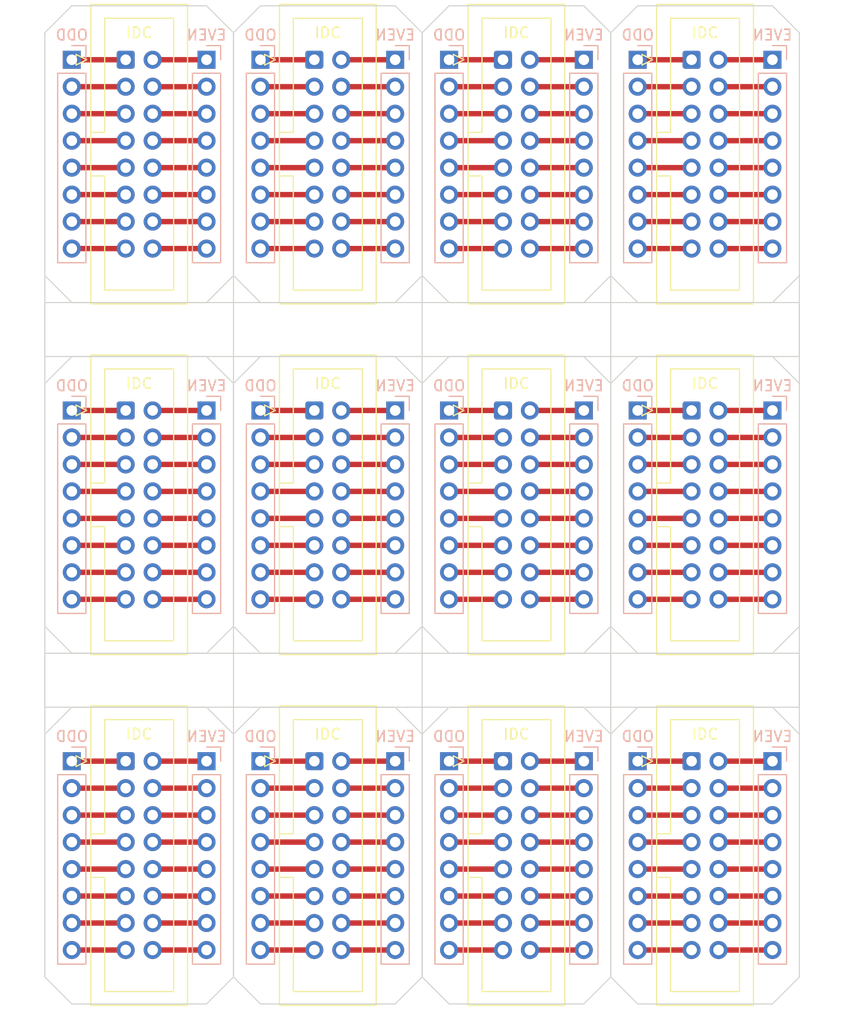
<source format=kicad_pcb>
(kicad_pcb (version 20211014) (generator pcbnew)
  (layers (0 "F.Cu" signal) (31 "B.Cu" signal) (34 "B.Paste" user) (35 "F.Paste" user) (36 "B.SilkS" user "B.Silkscreen") (37 "F.SilkS" user "F.Silkscreen") (38 "B.Mask" user) (39 "F.Mask" user) (44 "Edge.Cuts" user))
  (net 0 "")
  (net 1 "Net-(J1-Pad1)")
  (net 2 "Net-(J1-Pad2)")
  (net 3 "Net-(J1-Pad3)")
  (net 4 "Net-(J1-Pad4)")
  (net 5 "Net-(J1-Pad5)")
  (net 6 "Net-(J1-Pad6)")
  (net 7 "Net-(J1-Pad7)")
  (net 8 "Net-(J1-Pad8)")
  (net 9 "Net-(J2-Pad2)")
  (net 10 "Net-(J2-Pad4)")
  (net 11 "Net-(J2-Pad6)")
  (net 12 "Net-(J2-Pad8)")
  (net 13 "Net-(J2-Pad10)")
  (net 14 "Net-(J2-Pad12)")
  (net 15 "Net-(J2-Pad14)")
  (net 16 "Net-(J2-Pad16)")
  (footprint "Connector_IDC:IDC-Header_2x08_P2.54mm_Vertical" (layer "F.Cu") (at 137.16 111.76)
    (fp_text reference "IDC")
    (fp_text value "Conn_02x08_Odd_Even")
  )
  (footprint "Connector_IDC:IDC-Header_2x08_P2.54mm_Vertical" (layer "F.Cu") (at 172.72 111.76)
    (fp_text reference "IDC")
    (fp_text value "Conn_02x08_Odd_Even")
  )
  (footprint "Connector_IDC:IDC-Header_2x08_P2.54mm_Vertical" (layer "F.Cu") (at 154.94 45.72)
    (fp_text reference "IDC")
    (fp_text value "Conn_02x08_Odd_Even")
  )
  (footprint "Connector_IDC:IDC-Header_2x08_P2.54mm_Vertical" (layer "F.Cu") (at 137.16 78.74)
    (fp_text reference "IDC")
    (fp_text value "Conn_02x08_Odd_Even")
  )
  (footprint "Connector_IDC:IDC-Header_2x08_P2.54mm_Vertical" (layer "F.Cu") (at 137.16 45.72)
    (fp_text reference "IDC")
    (fp_text value "Conn_02x08_Odd_Even")
  )
  (footprint "Connector_IDC:IDC-Header_2x08_P2.54mm_Vertical" (layer "F.Cu") (at 172.72 45.72)
    (fp_text reference "IDC")
    (fp_text value "Conn_02x08_Odd_Even")
  )
  (footprint "Connector_IDC:IDC-Header_2x08_P2.54mm_Vertical" (layer "F.Cu") (at 119.38 78.74)
    (fp_text reference "IDC")
    (fp_text value "Conn_02x08_Odd_Even")
  )
  (footprint "Connector_IDC:IDC-Header_2x08_P2.54mm_Vertical" (layer "F.Cu") (at 154.94 111.76)
    (fp_text reference "IDC")
    (fp_text value "Conn_02x08_Odd_Even")
  )
  (footprint "Connector_IDC:IDC-Header_2x08_P2.54mm_Vertical" (layer "F.Cu") (at 154.94 78.74)
    (fp_text reference "IDC")
    (fp_text value "Conn_02x08_Odd_Even")
  )
  (footprint "Connector_IDC:IDC-Header_2x08_P2.54mm_Vertical" (layer "F.Cu") (at 119.38 45.72)
    (fp_text reference "IDC")
    (fp_text value "Conn_02x08_Odd_Even")
  )
  (footprint "Connector_IDC:IDC-Header_2x08_P2.54mm_Vertical" (layer "F.Cu") (at 172.72 78.74)
    (fp_text reference "IDC")
    (fp_text value "Conn_02x08_Odd_Even")
  )
  (footprint "Connector_IDC:IDC-Header_2x08_P2.54mm_Vertical" (layer "F.Cu") (at 119.38 111.76)
    (fp_text reference "IDC")
    (fp_text value "Conn_02x08_Odd_Even")
  )
  (footprint "Connector_PinHeader_2.54mm:PinHeader_1x08_P2.54mm_Vertical" (layer "B.Cu") (at 127 78.74 180)
    (fp_text reference "EVEN")
    (fp_text value "Conn_01x08_Male")
  )
  (footprint "Connector_PinHeader_2.54mm:PinHeader_1x08_P2.54mm_Vertical" (layer "B.Cu") (at 162.56 111.76 180)
    (fp_text reference "EVEN")
    (fp_text value "Conn_01x08_Male")
  )
  (footprint "Connector_PinHeader_2.54mm:PinHeader_1x08_P2.54mm_Vertical" (layer "B.Cu") (at 180.34 78.74 180)
    (fp_text reference "EVEN")
    (fp_text value "Conn_01x08_Male")
  )
  (footprint "Connector_PinHeader_2.54mm:PinHeader_1x08_P2.54mm_Vertical" (layer "B.Cu") (at 180.34 45.72 180)
    (fp_text reference "EVEN")
    (fp_text value "Conn_01x08_Male")
  )
  (footprint "Connector_PinHeader_2.54mm:PinHeader_1x08_P2.54mm_Vertical" (layer "B.Cu") (at 144.78 111.76 180)
    (fp_text reference "EVEN")
    (fp_text value "Conn_01x08_Male")
  )
  (footprint "Connector_PinHeader_2.54mm:PinHeader_1x08_P2.54mm_Vertical" (layer "B.Cu") (at 114.3 45.72 180)
    (fp_text reference "ODD")
    (fp_text value "Conn_01x08_Male")
  )
  (footprint "Connector_PinHeader_2.54mm:PinHeader_1x08_P2.54mm_Vertical" (layer "B.Cu") (at 127 45.72 180)
    (fp_text reference "EVEN")
    (fp_text value "Conn_01x08_Male")
  )
  (footprint "Connector_PinHeader_2.54mm:PinHeader_1x08_P2.54mm_Vertical" (layer "B.Cu") (at 167.64 111.76 180)
    (fp_text reference "ODD")
    (fp_text value "Conn_01x08_Male")
  )
  (footprint "Connector_PinHeader_2.54mm:PinHeader_1x08_P2.54mm_Vertical" (layer "B.Cu") (at 162.56 78.74 180)
    (fp_text reference "EVEN")
    (fp_text value "Conn_01x08_Male")
  )
  (footprint "Connector_PinHeader_2.54mm:PinHeader_1x08_P2.54mm_Vertical" (layer "B.Cu") (at 127 111.76 180)
    (fp_text reference "EVEN")
    (fp_text value "Conn_01x08_Male")
  )
  (footprint "Connector_PinHeader_2.54mm:PinHeader_1x08_P2.54mm_Vertical" (layer "B.Cu") (at 167.64 45.72 180)
    (fp_text reference "ODD")
    (fp_text value "Conn_01x08_Male")
  )
  (footprint "Connector_PinHeader_2.54mm:PinHeader_1x08_P2.54mm_Vertical" (layer "B.Cu") (at 132.08 78.74 180)
    (fp_text reference "ODD")
    (fp_text value "Conn_01x08_Male")
  )
  (footprint "Connector_PinHeader_2.54mm:PinHeader_1x08_P2.54mm_Vertical" (layer "B.Cu") (at 132.08 111.76 180)
    (fp_text reference "ODD")
    (fp_text value "Conn_01x08_Male")
  )
  (footprint "Connector_PinHeader_2.54mm:PinHeader_1x08_P2.54mm_Vertical" (layer "B.Cu") (at 180.34 111.76 180)
    (fp_text reference "EVEN")
    (fp_text value "Conn_01x08_Male")
  )
  (footprint "Connector_PinHeader_2.54mm:PinHeader_1x08_P2.54mm_Vertical" (layer "B.Cu") (at 149.86 45.72 180)
    (fp_text reference "ODD")
    (fp_text value "Conn_01x08_Male")
  )
  (footprint "Connector_PinHeader_2.54mm:PinHeader_1x08_P2.54mm_Vertical" (layer "B.Cu") (at 132.08 45.72 180)
    (fp_text reference "ODD")
    (fp_text value "Conn_01x08_Male")
  )
  (footprint "Connector_PinHeader_2.54mm:PinHeader_1x08_P2.54mm_Vertical" (layer "B.Cu") (at 167.64 78.74 180)
    (fp_text reference "ODD")
    (fp_text value "Conn_01x08_Male")
  )
  (footprint "Connector_PinHeader_2.54mm:PinHeader_1x08_P2.54mm_Vertical" (layer "B.Cu") (at 144.78 45.72 180)
    (fp_text reference "EVEN")
    (fp_text value "Conn_01x08_Male")
  )
  (footprint "Connector_PinHeader_2.54mm:PinHeader_1x08_P2.54mm_Vertical" (layer "B.Cu") (at 114.3 78.74 180)
    (fp_text reference "ODD")
    (fp_text value "Conn_01x08_Male")
  )
  (footprint "Connector_PinHeader_2.54mm:PinHeader_1x08_P2.54mm_Vertical" (layer "B.Cu") (at 162.56 45.72 180)
    (fp_text reference "EVEN")
    (fp_text value "Conn_01x08_Male")
  )
  (footprint "Connector_PinHeader_2.54mm:PinHeader_1x08_P2.54mm_Vertical" (layer "B.Cu") (at 144.78 78.74 180)
    (fp_text reference "EVEN")
    (fp_text value "Conn_01x08_Male")
  )
  (footprint "Connector_PinHeader_2.54mm:PinHeader_1x08_P2.54mm_Vertical" (layer "B.Cu") (at 114.3 111.76 180)
    (fp_text reference "ODD")
    (fp_text value "Conn_01x08_Male")
  )
  (footprint "Connector_PinHeader_2.54mm:PinHeader_1x08_P2.54mm_Vertical" (layer "B.Cu") (at 149.86 78.74 180)
    (fp_text reference "ODD")
    (fp_text value "Conn_01x08_Male")
  )
  (footprint "Connector_PinHeader_2.54mm:PinHeader_1x08_P2.54mm_Vertical" (layer "B.Cu") (at 149.86 111.76 180)
    (fp_text reference "ODD")
    (fp_text value "Conn_01x08_Male")
  )
  (gr_line (start 182.88 109.22) (end 182.88 132.08) (layer "Edge.Cuts") (width 0.1))
  (gr_line (start 165.1 66.04) (end 167.64 68.58) (layer "Edge.Cuts") (width 0.1))
  (gr_line (start 167.64 106.68) (end 180.34 106.68) (layer "Edge.Cuts") (width 0.1))
  (gr_line (start 147.32 66.04) (end 147.32 76.2) (layer "Edge.Cuts") (width 0.1))
  (gr_line (start 129.54 66.04) (end 129.54 43.18) (layer "Edge.Cuts") (width 0.1))
  (gr_line (start 111.76 99.06) (end 111.76 76.2) (layer "Edge.Cuts") (width 0.1))
  (gr_line (start 111.76 99.06) (end 114.3 101.6) (layer "Edge.Cuts") (width 0.1))
  (gr_line (start 129.54 132.08) (end 129.54 109.22) (layer "Edge.Cuts") (width 0.1))
  (gr_line (start 180.34 68.58) (end 167.64 68.58) (layer "Edge.Cuts") (width 0.1))
  (gr_line (start 127 134.62) (end 114.3 134.62) (layer "Edge.Cuts") (width 0.1))
  (gr_line (start 149.86 40.64) (end 162.56 40.64) (layer "Edge.Cuts") (width 0.1))
  (gr_line (start 147.32 132.08) (end 149.86 134.62) (layer "Edge.Cuts") (width 0.1))
  (gr_line (start 147.32 99.06) (end 149.86 101.6) (layer "Edge.Cuts") (width 0.1))
  (gr_line (start 127 73.66) (end 129.54 76.2) (layer "Edge.Cuts") (width 0.1))
  (gr_line (start 111.76 66.04) (end 111.76 76.2) (layer "Edge.Cuts") (width 0.1))
  (gr_line (start 165.1 132.08) (end 162.56 134.62) (layer "Edge.Cuts") (width 0.1))
  (gr_line (start 127 68.58) (end 114.3 68.58) (layer "Edge.Cuts") (width 0.1))
  (gr_line (start 180.34 134.62) (end 167.64 134.62) (layer "Edge.Cuts") (width 0.1))
  (gr_line (start 132.08 73.66) (end 144.78 73.66) (layer "Edge.Cuts") (width 0.1))
  (gr_line (start 129.54 109.22) (end 129.54 132.08) (layer "Edge.Cuts") (width 0.1))
  (gr_line (start 149.86 73.66) (end 162.56 73.66) (layer "Edge.Cuts") (width 0.1))
  (gr_line (start 129.54 99.06) (end 129.54 109.22) (layer "Edge.Cuts") (width 0.1))
  (gr_line (start 165.1 66.04) (end 162.56 68.58) (layer "Edge.Cuts") (width 0.1))
  (gr_line (start 162.56 106.68) (end 165.1 109.22) (layer "Edge.Cuts") (width 0.1))
  (gr_line (start 127 101.6) (end 114.3 101.6) (layer "Edge.Cuts") (width 0.1))
  (gr_line (start 180.34 73.66) (end 182.88 76.2) (layer "Edge.Cuts") (width 0.1))
  (gr_line (start 165.1 99.06) (end 167.64 101.6) (layer "Edge.Cuts") (width 0.1))
  (gr_line (start 147.32 109.22) (end 149.86 106.68) (layer "Edge.Cuts") (width 0.1))
  (gr_line (start 147.32 99.06) (end 147.32 109.22) (layer "Edge.Cuts") (width 0.1))
  (gr_line (start 147.32 132.08) (end 147.32 109.22) (layer "Edge.Cuts") (width 0.1))
  (gr_line (start 182.88 43.18) (end 182.88 66.04) (layer "Edge.Cuts") (width 0.1))
  (gr_line (start 144.78 68.58) (end 132.08 68.58) (layer "Edge.Cuts") (width 0.1))
  (gr_line (start 147.32 43.18) (end 149.86 40.64) (layer "Edge.Cuts") (width 0.1))
  (gr_line (start 114.3 106.68) (end 127 106.68) (layer "Edge.Cuts") (width 0.1))
  (gr_line (start 182.88 99.06) (end 182.88 109.22) (layer "Edge.Cuts") (width 0.1))
  (gr_line (start 167.64 73.66) (end 180.34 73.66) (layer "Edge.Cuts") (width 0.1))
  (gr_line (start 129.54 66.04) (end 129.54 76.2) (layer "Edge.Cuts") (width 0.1))
  (gr_line (start 165.1 99.06) (end 162.56 101.6) (layer "Edge.Cuts") (width 0.1))
  (gr_line (start 129.54 43.18) (end 129.54 66.04) (layer "Edge.Cuts") (width 0.1))
  (gr_line (start 165.1 109.22) (end 167.64 106.68) (layer "Edge.Cuts") (width 0.1))
  (gr_line (start 129.54 109.22) (end 132.08 106.68) (layer "Edge.Cuts") (width 0.1))
  (gr_line (start 182.88 66.04) (end 182.88 76.2) (layer "Edge.Cuts") (width 0.1))
  (gr_line (start 111.76 66.04) (end 114.3 68.58) (layer "Edge.Cuts") (width 0.1))
  (gr_line (start 165.1 132.08) (end 165.1 109.22) (layer "Edge.Cuts") (width 0.1))
  (gr_line (start 132.08 40.64) (end 144.78 40.64) (layer "Edge.Cuts") (width 0.1))
  (gr_line (start 111.76 66.04) (end 111.76 43.18) (layer "Edge.Cuts") (width 0.1))
  (gr_line (start 129.54 76.2) (end 129.54 99.06) (layer "Edge.Cuts") (width 0.1))
  (gr_line (start 144.78 73.66) (end 147.32 76.2) (layer "Edge.Cuts") (width 0.1))
  (gr_line (start 144.78 106.68) (end 147.32 109.22) (layer "Edge.Cuts") (width 0.1))
  (gr_line (start 182.88 66.04) (end 180.34 68.58) (layer "Edge.Cuts") (width 0.1))
  (gr_line (start 165.1 99.06) (end 165.1 76.2) (layer "Edge.Cuts") (width 0.1))
  (gr_line (start 165.1 43.18) (end 167.64 40.64) (layer "Edge.Cuts") (width 0.1))
  (gr_line (start 129.54 99.06) (end 132.08 101.6) (layer "Edge.Cuts") (width 0.1))
  (gr_line (start 129.54 99.06) (end 129.54 76.2) (layer "Edge.Cuts") (width 0.1))
  (gr_line (start 149.86 106.68) (end 162.56 106.68) (layer "Edge.Cuts") (width 0.1))
  (gr_line (start 147.32 99.06) (end 144.78 101.6) (layer "Edge.Cuts") (width 0.1))
  (gr_line (start 111.76 43.18) (end 114.3 40.64) (layer "Edge.Cuts") (width 0.1))
  (gr_line (start 162.56 101.6) (end 149.86 101.6) (layer "Edge.Cuts") (width 0.1))
  (gr_line (start 165.1 66.04) (end 165.1 43.18) (layer "Edge.Cuts") (width 0.1))
  (gr_line (start 114.3 73.66) (end 127 73.66) (layer "Edge.Cuts") (width 0.1))
  (gr_rect (start 111.76 68.58) (end 182.88 73.66) (layer "Edge.Cuts") (width 0.1) (fill none))
  (gr_line (start 182.88 76.2) (end 182.88 99.06) (layer "Edge.Cuts") (width 0.1))
  (gr_line (start 147.32 76.2) (end 149.86 73.66) (layer "Edge.Cuts") (width 0.1))
  (gr_rect (start 111.76 101.6) (end 182.88 106.68) (layer "Edge.Cuts") (width 0.1) (fill none))
  (gr_line (start 129.54 43.18) (end 132.08 40.64) (layer "Edge.Cuts") (width 0.1))
  (gr_line (start 111.76 132.08) (end 114.3 134.62) (layer "Edge.Cuts") (width 0.1))
  (gr_line (start 165.1 132.08) (end 167.64 134.62) (layer "Edge.Cuts") (width 0.1))
  (gr_line (start 147.32 66.04) (end 149.86 68.58) (layer "Edge.Cuts") (width 0.1))
  (gr_line (start 129.54 76.2) (end 132.08 73.66) (layer "Edge.Cuts") (width 0.1))
  (gr_line (start 182.88 99.06) (end 180.34 101.6) (layer "Edge.Cuts") (width 0.1))
  (gr_line (start 111.76 109.22) (end 114.3 106.68) (layer "Edge.Cuts") (width 0.1))
  (gr_line (start 165.1 76.2) (end 167.64 73.66) (layer "Edge.Cuts") (width 0.1))
  (gr_line (start 147.32 43.18) (end 147.32 66.04) (layer "Edge.Cuts") (width 0.1))
  (gr_line (start 162.56 134.62) (end 149.86 134.62) (layer "Edge.Cuts") (width 0.1))
  (gr_line (start 182.88 132.08) (end 180.34 134.62) (layer "Edge.Cuts") (width 0.1))
  (gr_line (start 147.32 109.22) (end 147.32 132.08) (layer "Edge.Cuts") (width 0.1))
  (gr_line (start 132.08 106.68) (end 144.78 106.68) (layer "Edge.Cuts") (width 0.1))
  (gr_line (start 144.78 134.62) (end 132.08 134.62) (layer "Edge.Cuts") (width 0.1))
  (gr_line (start 147.32 66.04) (end 147.32 43.18) (layer "Edge.Cuts") (width 0.1))
  (gr_line (start 180.34 106.68) (end 182.88 109.22) (layer "Edge.Cuts") (width 0.1))
  (gr_line (start 129.54 132.08) (end 132.08 134.62) (layer "Edge.Cuts") (width 0.1))
  (gr_line (start 127 106.68) (end 129.54 109.22) (layer "Edge.Cuts") (width 0.1))
  (gr_line (start 162.56 40.64) (end 165.1 43.18) (layer "Edge.Cuts") (width 0.1))
  (gr_line (start 111.76 132.08) (end 111.76 109.22) (layer "Edge.Cuts") (width 0.1))
  (gr_line (start 147.32 66.04) (end 144.78 68.58) (layer "Edge.Cuts") (width 0.1))
  (gr_line (start 165.1 66.04) (end 165.1 76.2) (layer "Edge.Cuts") (width 0.1))
  (gr_line (start 144.78 40.64) (end 147.32 43.18) (layer "Edge.Cuts") (width 0.1))
  (gr_line (start 111.76 99.06) (end 111.76 109.22) (layer "Edge.Cuts") (width 0.1))
  (gr_line (start 129.54 66.04) (end 127 68.58) (layer "Edge.Cuts") (width 0.1))
  (gr_line (start 165.1 76.2) (end 165.1 99.06) (layer "Edge.Cuts") (width 0.1))
  (gr_line (start 162.56 68.58) (end 149.86 68.58) (layer "Edge.Cuts") (width 0.1))
  (gr_line (start 127 40.64) (end 129.54 43.18) (layer "Edge.Cuts") (width 0.1))
  (gr_line (start 129.54 99.06) (end 127 101.6) (layer "Edge.Cuts") (width 0.1))
  (gr_line (start 167.64 40.64) (end 180.34 40.64) (layer "Edge.Cuts") (width 0.1))
  (gr_line (start 162.56 73.66) (end 165.1 76.2) (layer "Edge.Cuts") (width 0.1))
  (gr_line (start 165.1 99.06) (end 165.1 109.22) (layer "Edge.Cuts") (width 0.1))
  (gr_line (start 144.78 101.6) (end 132.08 101.6) (layer "Edge.Cuts") (width 0.1))
  (gr_line (start 129.54 66.04) (end 132.08 68.58) (layer "Edge.Cuts") (width 0.1))
  (gr_line (start 165.1 43.18) (end 165.1 66.04) (layer "Edge.Cuts") (width 0.1))
  (gr_line (start 180.34 101.6) (end 167.64 101.6) (layer "Edge.Cuts") (width 0.1))
  (gr_line (start 165.1 109.22) (end 165.1 132.08) (layer "Edge.Cuts") (width 0.1))
  (gr_line (start 180.34 40.64) (end 182.88 43.18) (layer "Edge.Cuts") (width 0.1))
  (gr_line (start 114.3 40.64) (end 127 40.64) (layer "Edge.Cuts") (width 0.1))
  (gr_line (start 147.32 132.08) (end 144.78 134.62) (layer "Edge.Cuts") (width 0.1))
  (gr_line (start 147.32 76.2) (end 147.32 99.06) (layer "Edge.Cuts") (width 0.1))
  (gr_line (start 147.32 99.06) (end 147.32 76.2) (layer "Edge.Cuts") (width 0.1))
  (gr_line (start 111.76 76.2) (end 114.3 73.66) (layer "Edge.Cuts") (width 0.1))
  (gr_line (start 129.54 132.08) (end 127 134.62) (layer "Edge.Cuts") (width 0.1))
  (segment (start 114.3 78.74) (end 119.38 78.74) (width 0.508) (layer "F.Cu") (net 1))
  (segment (start 132.08 45.72) (end 137.16 45.72) (width 0.508) (layer "F.Cu") (net 1))
  (segment (start 167.64 78.74) (end 172.72 78.74) (width 0.508) (layer "F.Cu") (net 1))
  (segment (start 114.3 45.72) (end 119.38 45.72) (width 0.508) (layer "F.Cu") (net 1))
  (segment (start 132.08 78.74) (end 137.16 78.74) (width 0.508) (layer "F.Cu") (net 1))
  (segment (start 167.64 111.76) (end 172.72 111.76) (width 0.508) (layer "F.Cu") (net 1))
  (segment (start 149.86 45.72) (end 154.94 45.72) (width 0.508) (layer "F.Cu") (net 1))
  (segment (start 149.86 78.74) (end 154.94 78.74) (width 0.508) (layer "F.Cu") (net 1))
  (segment (start 132.08 111.76) (end 137.16 111.76) (width 0.508) (layer "F.Cu") (net 1))
  (segment (start 114.3 111.76) (end 119.38 111.76) (width 0.508) (layer "F.Cu") (net 1))
  (segment (start 149.86 111.76) (end 154.94 111.76) (width 0.508) (layer "F.Cu") (net 1))
  (segment (start 167.64 45.72) (end 172.72 45.72) (width 0.508) (layer "F.Cu") (net 1))
  (segment (start 167.64 81.28) (end 172.72 81.28) (width 0.508) (layer "F.Cu") (net 2))
  (segment (start 167.64 48.26) (end 172.72 48.26) (width 0.508) (layer "F.Cu") (net 2))
  (segment (start 149.86 114.3) (end 154.94 114.3) (width 0.508) (layer "F.Cu") (net 2))
  (segment (start 149.86 81.28) (end 154.94 81.28) (width 0.508) (layer "F.Cu") (net 2))
  (segment (start 114.3 48.26) (end 119.38 48.26) (width 0.508) (layer "F.Cu") (net 2))
  (segment (start 132.08 81.28) (end 137.16 81.28) (width 0.508) (layer "F.Cu") (net 2))
  (segment (start 167.64 114.3) (end 172.72 114.3) (width 0.508) (layer "F.Cu") (net 2))
  (segment (start 114.3 114.3) (end 119.38 114.3) (width 0.508) (layer "F.Cu") (net 2))
  (segment (start 114.3 81.28) (end 119.38 81.28) (width 0.508) (layer "F.Cu") (net 2))
  (segment (start 149.86 48.26) (end 154.94 48.26) (width 0.508) (layer "F.Cu") (net 2))
  (segment (start 132.08 114.3) (end 137.16 114.3) (width 0.508) (layer "F.Cu") (net 2))
  (segment (start 132.08 48.26) (end 137.16 48.26) (width 0.508) (layer "F.Cu") (net 2))
  (segment (start 167.64 50.8) (end 172.72 50.8) (width 0.508) (layer "F.Cu") (net 3))
  (segment (start 167.64 116.84) (end 172.72 116.84) (width 0.508) (layer "F.Cu") (net 3))
  (segment (start 114.3 50.8) (end 119.38 50.8) (width 0.508) (layer "F.Cu") (net 3))
  (segment (start 149.86 50.8) (end 154.94 50.8) (width 0.508) (layer "F.Cu") (net 3))
  (segment (start 167.64 83.82) (end 172.72 83.82) (width 0.508) (layer "F.Cu") (net 3))
  (segment (start 149.86 116.84) (end 154.94 116.84) (width 0.508) (layer "F.Cu") (net 3))
  (segment (start 114.3 116.84) (end 119.38 116.84) (width 0.508) (layer "F.Cu") (net 3))
  (segment (start 132.08 50.8) (end 137.16 50.8) (width 0.508) (layer "F.Cu") (net 3))
  (segment (start 114.3 83.82) (end 119.38 83.82) (width 0.508) (layer "F.Cu") (net 3))
  (segment (start 132.08 116.84) (end 137.16 116.84) (width 0.508) (layer "F.Cu") (net 3))
  (segment (start 132.08 83.82) (end 137.16 83.82) (width 0.508) (layer "F.Cu") (net 3))
  (segment (start 149.86 83.82) (end 154.94 83.82) (width 0.508) (layer "F.Cu") (net 3))
  (segment (start 114.3 53.34) (end 119.38 53.34) (width 0.508) (layer "F.Cu") (net 4))
  (segment (start 132.08 53.34) (end 137.16 53.34) (width 0.508) (layer "F.Cu") (net 4))
  (segment (start 114.3 119.38) (end 119.38 119.38) (width 0.508) (layer "F.Cu") (net 4))
  (segment (start 132.08 86.36) (end 137.16 86.36) (width 0.508) (layer "F.Cu") (net 4))
  (segment (start 167.64 86.36) (end 172.72 86.36) (width 0.508) (layer "F.Cu") (net 4))
  (segment (start 114.3 86.36) (end 119.38 86.36) (width 0.508) (layer "F.Cu") (net 4))
  (segment (start 132.08 119.38) (end 137.16 119.38) (width 0.508) (layer "F.Cu") (net 4))
  (segment (start 149.86 119.38) (end 154.94 119.38) (width 0.508) (layer "F.Cu") (net 4))
  (segment (start 167.64 53.34) (end 172.72 53.34) (width 0.508) (layer "F.Cu") (net 4))
  (segment (start 149.86 53.34) (end 154.94 53.34) (width 0.508) (layer "F.Cu") (net 4))
  (segment (start 167.64 119.38) (end 172.72 119.38) (width 0.508) (layer "F.Cu") (net 4))
  (segment (start 149.86 86.36) (end 154.94 86.36) (width 0.508) (layer "F.Cu") (net 4))
  (segment (start 132.08 55.88) (end 137.16 55.88) (width 0.508) (layer "F.Cu") (net 5))
  (segment (start 167.64 55.88) (end 172.72 55.88) (width 0.508) (layer "F.Cu") (net 5))
  (segment (start 114.3 55.88) (end 119.38 55.88) (width 0.508) (layer "F.Cu") (net 5))
  (segment (start 149.86 121.92) (end 154.94 121.92) (width 0.508) (layer "F.Cu") (net 5))
  (segment (start 114.3 121.92) (end 119.38 121.92) (width 0.508) (layer "F.Cu") (net 5))
  (segment (start 167.64 88.9) (end 172.72 88.9) (width 0.508) (layer "F.Cu") (net 5))
  (segment (start 149.86 88.9) (end 154.94 88.9) (width 0.508) (layer "F.Cu") (net 5))
  (segment (start 132.08 88.9) (end 137.16 88.9) (width 0.508) (layer "F.Cu") (net 5))
  (segment (start 149.86 55.88) (end 154.94 55.88) (width 0.508) (layer "F.Cu") (net 5))
  (segment (start 167.64 121.92) (end 172.72 121.92) (width 0.508) (layer "F.Cu") (net 5))
  (segment (start 114.3 88.9) (end 119.38 88.9) (width 0.508) (layer "F.Cu") (net 5))
  (segment (start 132.08 121.92) (end 137.16 121.92) (width 0.508) (layer "F.Cu") (net 5))
  (segment (start 149.86 124.46) (end 154.94 124.46) (width 0.508) (layer "F.Cu") (net 6))
  (segment (start 149.86 91.44) (end 154.94 91.44) (width 0.508) (layer "F.Cu") (net 6))
  (segment (start 132.08 91.44) (end 137.16 91.44) (width 0.508) (layer "F.Cu") (net 6))
  (segment (start 167.64 91.44) (end 172.72 91.44) (width 0.508) (layer "F.Cu") (net 6))
  (segment (start 114.3 58.42) (end 119.38 58.42) (width 0.508) (layer "F.Cu") (net 6))
  (segment (start 149.86 58.42) (end 154.94 58.42) (width 0.508) (layer "F.Cu") (net 6))
  (segment (start 167.64 58.42) (end 172.72 58.42) (width 0.508) (layer "F.Cu") (net 6))
  (segment (start 114.3 91.44) (end 119.38 91.44) (width 0.508) (layer "F.Cu") (net 6))
  (segment (start 132.08 58.42) (end 137.16 58.42) (width 0.508) (layer "F.Cu") (net 6))
  (segment (start 114.3 124.46) (end 119.38 124.46) (width 0.508) (layer "F.Cu") (net 6))
  (segment (start 132.08 124.46) (end 137.16 124.46) (width 0.508) (layer "F.Cu") (net 6))
  (segment (start 167.64 124.46) (end 172.72 124.46) (width 0.508) (layer "F.Cu") (net 6))
  (segment (start 149.86 127) (end 154.94 127) (width 0.508) (layer "F.Cu") (net 7))
  (segment (start 114.3 127) (end 119.38 127) (width 0.508) (layer "F.Cu") (net 7))
  (segment (start 149.86 93.98) (end 154.94 93.98) (width 0.508) (layer "F.Cu") (net 7))
  (segment (start 114.3 93.98) (end 119.38 93.98) (width 0.508) (layer "F.Cu") (net 7))
  (segment (start 167.64 60.96) (end 172.72 60.96) (width 0.508) (layer "F.Cu") (net 7))
  (segment (start 132.08 127) (end 137.16 127) (width 0.508) (layer "F.Cu") (net 7))
  (segment (start 149.86 60.96) (end 154.94 60.96) (width 0.508) (layer "F.Cu") (net 7))
  (segment (start 167.64 93.98) (end 172.72 93.98) (width 0.508) (layer "F.Cu") (net 7))
  (segment (start 132.08 60.96) (end 137.16 60.96) (width 0.508) (layer "F.Cu") (net 7))
  (segment (start 132.08 93.98) (end 137.16 93.98) (width 0.508) (layer "F.Cu") (net 7))
  (segment (start 167.64 127) (end 172.72 127) (width 0.508) (layer "F.Cu") (net 7))
  (segment (start 114.3 60.96) (end 119.38 60.96) (width 0.508) (layer "F.Cu") (net 7))
  (segment (start 149.86 63.5) (end 154.94 63.5) (width 0.508) (layer "F.Cu") (net 8))
  (segment (start 167.64 129.54) (end 172.72 129.54) (width 0.508) (layer "F.Cu") (net 8))
  (segment (start 167.64 96.52) (end 172.72 96.52) (width 0.508) (layer "F.Cu") (net 8))
  (segment (start 114.3 129.54) (end 119.38 129.54) (width 0.508) (layer "F.Cu") (net 8))
  (segment (start 149.86 129.54) (end 154.94 129.54) (width 0.508) (layer "F.Cu") (net 8))
  (segment (start 132.08 96.52) (end 137.16 96.52) (width 0.508) (layer "F.Cu") (net 8))
  (segment (start 149.86 96.52) (end 154.94 96.52) (width 0.508) (layer "F.Cu") (net 8))
  (segment (start 114.3 63.5) (end 119.38 63.5) (width 0.508) (layer "F.Cu") (net 8))
  (segment (start 167.64 63.5) (end 172.72 63.5) (width 0.508) (layer "F.Cu") (net 8))
  (segment (start 132.08 129.54) (end 137.16 129.54) (width 0.508) (layer "F.Cu") (net 8))
  (segment (start 132.08 63.5) (end 137.16 63.5) (width 0.508) (layer "F.Cu") (net 8))
  (segment (start 114.3 96.52) (end 119.38 96.52) (width 0.508) (layer "F.Cu") (net 8))
  (segment (start 175.26 78.74) (end 180.34 78.74) (width 0.508) (layer "F.Cu") (net 9))
  (segment (start 121.92 45.72) (end 127 45.72) (width 0.508) (layer "F.Cu") (net 9))
  (segment (start 157.48 78.74) (end 162.56 78.74) (width 0.508) (layer "F.Cu") (net 9))
  (segment (start 121.92 78.74) (end 127 78.74) (width 0.508) (layer "F.Cu") (net 9))
  (segment (start 139.7 111.76) (end 144.78 111.76) (width 0.508) (layer "F.Cu") (net 9))
  (segment (start 157.48 45.72) (end 162.56 45.72) (width 0.508) (layer "F.Cu") (net 9))
  (segment (start 175.26 45.72) (end 180.34 45.72) (width 0.508) (layer "F.Cu") (net 9))
  (segment (start 139.7 45.72) (end 144.78 45.72) (width 0.508) (layer "F.Cu") (net 9))
  (segment (start 139.7 78.74) (end 144.78 78.74) (width 0.508) (layer "F.Cu") (net 9))
  (segment (start 175.26 111.76) (end 180.34 111.76) (width 0.508) (layer "F.Cu") (net 9))
  (segment (start 157.48 111.76) (end 162.56 111.76) (width 0.508) (layer "F.Cu") (net 9))
  (segment (start 121.92 111.76) (end 127 111.76) (width 0.508) (layer "F.Cu") (net 9))
  (segment (start 157.48 48.26) (end 162.56 48.26) (width 0.508) (layer "F.Cu") (net 10))
  (segment (start 175.26 81.28) (end 180.34 81.28) (width 0.508) (layer "F.Cu") (net 10))
  (segment (start 175.26 48.26) (end 180.34 48.26) (width 0.508) (layer "F.Cu") (net 10))
  (segment (start 139.7 48.26) (end 144.78 48.26) (width 0.508) (layer "F.Cu") (net 10))
  (segment (start 139.7 114.3) (end 144.78 114.3) (width 0.508) (layer "F.Cu") (net 10))
  (segment (start 121.92 48.26) (end 127 48.26) (width 0.508) (layer "F.Cu") (net 10))
  (segment (start 121.92 114.3) (end 127 114.3) (width 0.508) (layer "F.Cu") (net 10))
  (segment (start 157.48 114.3) (end 162.56 114.3) (width 0.508) (layer "F.Cu") (net 10))
  (segment (start 175.26 114.3) (end 180.34 114.3) (width 0.508) (layer "F.Cu") (net 10))
  (segment (start 157.48 81.28) (end 162.56 81.28) (width 0.508) (layer "F.Cu") (net 10))
  (segment (start 139.7 81.28) (end 144.78 81.28) (width 0.508) (layer "F.Cu") (net 10))
  (segment (start 121.92 81.28) (end 127 81.28) (width 0.508) (layer "F.Cu") (net 10))
  (segment (start 121.92 83.82) (end 127 83.82) (width 0.508) (layer "F.Cu") (net 11))
  (segment (start 175.26 50.8) (end 180.34 50.8) (width 0.508) (layer "F.Cu") (net 11))
  (segment (start 139.7 83.82) (end 144.78 83.82) (width 0.508) (layer "F.Cu") (net 11))
  (segment (start 139.7 50.8) (end 144.78 50.8) (width 0.508) (layer "F.Cu") (net 11))
  (segment (start 175.26 116.84) (end 180.34 116.84) (width 0.508) (layer "F.Cu") (net 11))
  (segment (start 157.48 116.84) (end 162.56 116.84) (width 0.508) (layer "F.Cu") (net 11))
  (segment (start 157.48 50.8) (end 162.56 50.8) (width 0.508) (layer "F.Cu") (net 11))
  (segment (start 139.7 116.84) (end 144.78 116.84) (width 0.508) (layer "F.Cu") (net 11))
  (segment (start 157.48 83.82) (end 162.56 83.82) (width 0.508) (layer "F.Cu") (net 11))
  (segment (start 175.26 83.82) (end 180.34 83.82) (width 0.508) (layer "F.Cu") (net 11))
  (segment (start 121.92 50.8) (end 127 50.8) (width 0.508) (layer "F.Cu") (net 11))
  (segment (start 121.92 116.84) (end 127 116.84) (width 0.508) (layer "F.Cu") (net 11))
  (segment (start 139.7 119.38) (end 144.78 119.38) (width 0.508) (layer "F.Cu") (net 12))
  (segment (start 121.92 119.38) (end 127 119.38) (width 0.508) (layer "F.Cu") (net 12))
  (segment (start 157.48 86.36) (end 162.56 86.36) (width 0.508) (layer "F.Cu") (net 12))
  (segment (start 157.48 53.34) (end 162.56 53.34) (width 0.508) (layer "F.Cu") (net 12))
  (segment (start 175.26 119.38) (end 180.34 119.38) (width 0.508) (layer "F.Cu") (net 12))
  (segment (start 121.92 86.36) (end 127 86.36) (width 0.508) (layer "F.Cu") (net 12))
  (segment (start 139.7 53.34) (end 144.78 53.34) (width 0.508) (layer "F.Cu") (net 12))
  (segment (start 175.26 86.36) (end 180.34 86.36) (width 0.508) (layer "F.Cu") (net 12))
  (segment (start 121.92 53.34) (end 127 53.34) (width 0.508) (layer "F.Cu") (net 12))
  (segment (start 157.48 119.38) (end 162.56 119.38) (width 0.508) (layer "F.Cu") (net 12))
  (segment (start 139.7 86.36) (end 144.78 86.36) (width 0.508) (layer "F.Cu") (net 12))
  (segment (start 175.26 53.34) (end 180.34 53.34) (width 0.508) (layer "F.Cu") (net 12))
  (segment (start 121.92 88.9) (end 127 88.9) (width 0.508) (layer "F.Cu") (net 13))
  (segment (start 121.92 55.88) (end 127 55.88) (width 0.508) (layer "F.Cu") (net 13))
  (segment (start 157.48 121.92) (end 162.56 121.92) (width 0.508) (layer "F.Cu") (net 13))
  (segment (start 157.48 55.88) (end 162.56 55.88) (width 0.508) (layer "F.Cu") (net 13))
  (segment (start 139.7 121.92) (end 144.78 121.92) (width 0.508) (layer "F.Cu") (net 13))
  (segment (start 175.26 88.9) (end 180.34 88.9) (width 0.508) (layer "F.Cu") (net 13))
  (segment (start 175.26 55.88) (end 180.34 55.88) (width 0.508) (layer "F.Cu") (net 13))
  (segment (start 175.26 121.92) (end 180.34 121.92) (width 0.508) (layer "F.Cu") (net 13))
  (segment (start 139.7 88.9) (end 144.78 88.9) (width 0.508) (layer "F.Cu") (net 13))
  (segment (start 139.7 55.88) (end 144.78 55.88) (width 0.508) (layer "F.Cu") (net 13))
  (segment (start 157.48 88.9) (end 162.56 88.9) (width 0.508) (layer "F.Cu") (net 13))
  (segment (start 121.92 121.92) (end 127 121.92) (width 0.508) (layer "F.Cu") (net 13))
  (segment (start 157.48 91.44) (end 162.56 91.44) (width 0.508) (layer "F.Cu") (net 14))
  (segment (start 157.48 124.46) (end 162.56 124.46) (width 0.508) (layer "F.Cu") (net 14))
  (segment (start 139.7 124.46) (end 144.78 124.46) (width 0.508) (layer "F.Cu") (net 14))
  (segment (start 157.48 58.42) (end 162.56 58.42) (width 0.508) (layer "F.Cu") (net 14))
  (segment (start 121.92 124.46) (end 127 124.46) (width 0.508) (layer "F.Cu") (net 14))
  (segment (start 175.26 91.44) (end 180.34 91.44) (width 0.508) (layer "F.Cu") (net 14))
  (segment (start 139.7 58.42) (end 144.78 58.42) (width 0.508) (layer "F.Cu") (net 14))
  (segment (start 121.92 58.42) (end 127 58.42) (width 0.508) (layer "F.Cu") (net 14))
  (segment (start 121.92 91.44) (end 127 91.44) (width 0.508) (layer "F.Cu") (net 14))
  (segment (start 175.26 124.46) (end 180.34 124.46) (width 0.508) (layer "F.Cu") (net 14))
  (segment (start 139.7 91.44) (end 144.78 91.44) (width 0.508) (layer "F.Cu") (net 14))
  (segment (start 175.26 58.42) (end 180.34 58.42) (width 0.508) (layer "F.Cu") (net 14))
  (segment (start 121.92 60.96) (end 127 60.96) (width 0.508) (layer "F.Cu") (net 15))
  (segment (start 139.7 93.98) (end 144.78 93.98) (width 0.508) (layer "F.Cu") (net 15))
  (segment (start 175.26 127) (end 180.34 127) (width 0.508) (layer "F.Cu") (net 15))
  (segment (start 157.48 127) (end 162.56 127) (width 0.508) (layer "F.Cu") (net 15))
  (segment (start 157.48 93.98) (end 162.56 93.98) (width 0.508) (layer "F.Cu") (net 15))
  (segment (start 175.26 60.96) (end 180.34 60.96) (width 0.508) (layer "F.Cu") (net 15))
  (segment (start 175.26 93.98) (end 180.34 93.98) (width 0.508) (layer "F.Cu") (net 15))
  (segment (start 157.48 60.96) (end 162.56 60.96) (width 0.508) (layer "F.Cu") (net 15))
  (segment (start 121.92 93.98) (end 127 93.98) (width 0.508) (layer "F.Cu") (net 15))
  (segment (start 121.92 127) (end 127 127) (width 0.508) (layer "F.Cu") (net 15))
  (segment (start 139.7 60.96) (end 144.78 60.96) (width 0.508) (layer "F.Cu") (net 15))
  (segment (start 139.7 127) (end 144.78 127) (width 0.508) (layer "F.Cu") (net 15))
  (segment (start 175.26 96.52) (end 180.34 96.52) (width 0.508) (layer "F.Cu") (net 16))
  (segment (start 121.92 129.54) (end 127 129.54) (width 0.508) (layer "F.Cu") (net 16))
  (segment (start 157.48 96.52) (end 162.56 96.52) (width 0.508) (layer "F.Cu") (net 16))
  (segment (start 139.7 63.5) (end 144.78 63.5) (width 0.508) (layer "F.Cu") (net 16))
  (segment (start 175.26 63.5) (end 180.34 63.5) (width 0.508) (layer "F.Cu") (net 16))
  (segment (start 139.7 129.54) (end 144.78 129.54) (width 0.508) (layer "F.Cu") (net 16))
  (segment (start 121.92 63.5) (end 127 63.5) (width 0.508) (layer "F.Cu") (net 16))
  (segment (start 157.48 129.54) (end 162.56 129.54) (width 0.508) (layer "F.Cu") (net 16))
  (segment (start 157.48 63.5) (end 162.56 63.5) (width 0.508) (layer "F.Cu") (net 16))
  (segment (start 121.92 96.52) (end 127 96.52) (width 0.508) (layer "F.Cu") (net 16))
  (segment (start 139.7 96.52) (end 144.78 96.52) (width 0.508) (layer "F.Cu") (net 16))
  (segment (start 175.26 129.54) (end 180.34 129.54) (width 0.508) (layer "F.Cu") (net 16))
)
</source>
